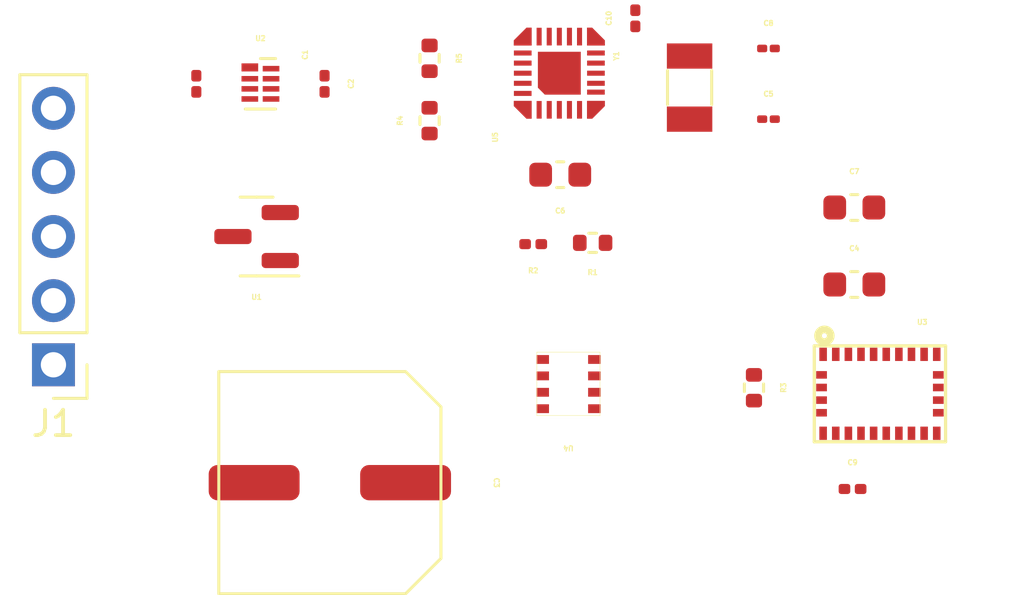
<source format=kicad_pcb>
(kicad_pcb (version 20211014) (generator pcbnew)
  (layers (0 "F.Cu" signal) (31 "B.Cu" signal) (34 "B.Paste" user) (35 "F.Paste" user) (36 "B.SilkS" user "B.Silkscreen") (37 "F.SilkS" user "F.Silkscreen") (38 "B.Mask" user) (39 "F.Mask" user) (44 "Edge.Cuts" user))
  (net 0 "")
  (net 1 "GND")
  (net 2 "VCC")
  (net 3 "VDD")
  (net 4 "Net-(C5-Pad1)")
  (net 5 "/nRESET")
  (net 6 "Net-(C6-Pad2)")
  (net 7 "Net-(C8-Pad1)")
  (net 8 "Net-(C9-Pad2)")
  (net 9 "Net-(C10-Pad1)")
  (net 10 "/RX{slash}SWCLK-VCC")
  (net 11 "/TX{slash}SWDIO-VCC")
  (net 12 "Net-(R3-Pad2)")
  (net 13 "/SCL")
  (net 14 "/SDA")
  (net 15 "/RX{slash}SWCLK-VDD")
  (net 16 "/TX{slash}SWDIO-VDD")
  (net 23 "/BNO_INTERRUPT")
  (footprint "Capacitor_SMD:C_0201_0603Metric" (layer "F.Cu") (at 145.25 91.805 90)
    (fp_text reference "C10" (at 0 -1.05 90) (layer "F.SilkS") (effects (font (size 0.2 0.2) (thickness 0.05))))
    (fp_text value "1 uF")
    (pad "1" smd roundrect (at -0.32 0 90) (size 0.46 0.4) (layers "F.Cu" "F.Mask") (net 9 "Net-(C10-Pad1)"))
    (pad "2" smd roundrect (at 0.32 0 90) (size 0.46 0.4) (layers "F.Cu" "F.Mask") (net 1 "GND"))
  )
  (footprint "Joseph:BME280" (layer "F.Cu") (at 142.6 106.3 180)
    (fp_text reference "U4" (at 0 -2.53 180 unlocked) (layer "F.SilkS") (effects (font (size 0.2 0.2) (thickness 0.05))))
    (fp_text value "BME280")
    (fp_line (start 1.25 -1.24) (end -1.25 -1.24) (layer "F.SilkS") (width 0.02))
    (fp_line (start -1.25 1.27) (end 1.25 1.27) (layer "F.SilkS") (width 0.02))
    (fp_line (start -1.25 -1.24) (end -1.25 1.27) (layer "F.SilkS") (width 0.02))
    (fp_line (start 1.25 1.27) (end 1.25 -1.24) (layer "F.SilkS") (width 0.02))
    (pad "1" smd rect (at 1.02 -0.97 180) (size 0.5 0.35) (layers "F.Cu" "F.Paste" "F.Mask") (net 1 "GND"))
    (pad "2" smd rect (at 1.02 -0.32 180) (size 0.5 0.35) (layers "F.Cu" "F.Paste" "F.Mask") (net 3 "VDD"))
    (pad "3" smd rect (at 1.02 0.33 180) (size 0.5 0.35) (layers "F.Cu" "F.Paste" "F.Mask") (net 14 "/SDA"))
    (pad "4" smd rect (at 1.02 0.98 180) (size 0.5 0.35) (layers "F.Cu" "F.Paste" "F.Mask") (net 13 "/SCL"))
    (pad "5" smd rect (at -1.03 0.98 180) (size 0.5 0.35) (layers "F.Cu" "F.Paste" "F.Mask") (net 1 "GND"))
    (pad "6" smd rect (at -1.03 0.33 180) (size 0.5 0.35) (layers "F.Cu" "F.Paste" "F.Mask") (net 3 "VDD"))
    (pad "7" smd rect (at -1.03 -0.32 180) (size 0.5 0.35) (layers "F.Cu" "F.Paste" "F.Mask") (net 1 "GND"))
    (pad "8" smd rect (at -1.03 -0.97 180) (size 0.5 0.35) (layers "F.Cu" "F.Paste" "F.Mask") (net 3 "VDD"))
  )
  (footprint "Crystal:Crystal_SMD_3215-2Pin_3.2x1.5mm" (layer "F.Cu") (at 147.4 94.55 90)
    (fp_text reference "Y1" (at 1.25 -2.9 90) (layer "F.SilkS") (effects (font (size 0.2 0.2) (thickness 0.05))))
    (fp_text value "Crystal")
    (fp_line (start -0.675 0.875) (end 0.675 0.875) (layer "F.SilkS") (width 0.12))
    (fp_line (start -0.675 -0.875) (end 0.675 -0.875) (layer "F.SilkS") (width 0.12))
    (pad "1" smd rect (at 1.25 0 90) (size 1 1.8) (layers "F.Cu" "F.Paste" "F.Mask") (net 7 "Net-(C8-Pad1)"))
    (pad "2" smd rect (at -1.25 0 90) (size 1 1.8) (layers "F.Cu" "F.Paste" "F.Mask") (net 4 "Net-(C5-Pad1)"))
  )
  (footprint "Resistor_SMD:R_0402_1005Metric" (layer "F.Cu") (at 143.56 100.7 180)
    (fp_text reference "R1" (at 0 -1.17) (layer "F.SilkS") (effects (font (size 0.2 0.2) (thickness 0.05))))
    (fp_text value "10k")
    (fp_line (start -0.153641 -0.38) (end 0.153641 -0.38) (layer "F.SilkS") (width 0.12))
    (fp_line (start -0.153641 0.38) (end 0.153641 0.38) (layer "F.SilkS") (width 0.12))
    (pad "1" smd roundrect (at -0.51 0 180) (size 0.54 0.64) (layers "F.Cu" "F.Paste" "F.Mask") (net 3 "VDD"))
    (pad "2" smd roundrect (at 0.51 0 180) (size 0.54 0.64) (layers "F.Cu" "F.Paste" "F.Mask") (net 5 "/nRESET"))
  )
  (footprint "Capacitor_SMD:C_01005_0402Metric" (layer "F.Cu") (at 150.525 93)
    (fp_text reference "C8" (at 0 -1) (layer "F.SilkS") (effects (font (size 0.2 0.2) (thickness 0.05))))
    (fp_text value "6 pF")
    (pad "1" smd roundrect (at -0.25 0) (size 0.4 0.3) (layers "F.Cu" "F.Mask") (net 7 "Net-(C8-Pad1)"))
    (pad "2" smd roundrect (at 0.25 0) (size 0.4 0.3) (layers "F.Cu" "F.Mask") (net 1 "GND"))
  )
  (footprint "Resistor_SMD:R_0402_1005Metric" (layer "F.Cu") (at 149.95 106.44 -90)
    (fp_text reference "R3" (at 0 -1.17 90) (layer "F.SilkS") (effects (font (size 0.2 0.2) (thickness 0.05))))
    (fp_text value "10k")
    (fp_line (start -0.153641 -0.38) (end 0.153641 -0.38) (layer "F.SilkS") (width 0.12))
    (fp_line (start -0.153641 0.38) (end 0.153641 0.38) (layer "F.SilkS") (width 0.12))
    (pad "1" smd roundrect (at -0.51 0 270) (size 0.54 0.64) (layers "F.Cu" "F.Paste" "F.Mask") (net 3 "VDD"))
    (pad "2" smd roundrect (at 0.51 0 270) (size 0.54 0.64) (layers "F.Cu" "F.Paste" "F.Mask") (net 12 "Net-(R3-Pad2)"))
  )
  (footprint "Joseph:Can Capacitor - 493-3773-1-ND" (layer "F.Cu") (at 133.15 110.2 -90)
    (fp_text reference "C3" (at 0 -6.604 -90 unlocked) (layer "F.SilkS") (effects (font (size 0.2 0.2) (thickness 0.05))))
    (fp_text value "~1 mF")
    (fp_poly (pts (xy 3 -4.4) (xy 4.4 -3) (xy 4.4 4.4) (xy -4.4 4.4) (xy -4.4 -3) (xy -3 -4.4)) (layer "F.SilkS") (width 0.12) (fill none))
    (pad "1" smd roundrect (at 0 -3 270) (size 1.399998 3.6) (layers "F.Cu" "F.Paste" "F.Mask") (net 3 "VDD"))
    (pad "2" smd roundrect (at 0 3 270) (size 1.4 3.6) (layers "F.Cu" "F.Paste" "F.Mask") (net 1 "GND"))
  )
  (footprint "Capacitor_SMD:C_0603_1608Metric" (layer "F.Cu") (at 153.925 102.35)
    (fp_text reference "C4" (at 0 -1.43) (layer "F.SilkS") (effects (font (size 0.2 0.2) (thickness 0.05))))
    (fp_text value "120 nF")
    (fp_line (start -0.14058 -0.51) (end 0.14058 -0.51) (layer "F.SilkS") (width 0.12))
    (fp_line (start -0.14058 0.51) (end 0.14058 0.51) (layer "F.SilkS") (width 0.12))
    (pad "1" smd roundrect (at -0.775 0) (size 0.9 0.95) (layers "F.Cu" "F.Paste" "F.Mask") (net 3 "VDD"))
    (pad "2" smd roundrect (at 0.775 0) (size 0.9 0.95) (layers "F.Cu" "F.Paste" "F.Mask") (net 1 "GND"))
  )
  (footprint "Resistor_SMD:R_0402_1005Metric" (layer "F.Cu") (at 137.1 93.39 -90)
    (fp_text reference "R5" (at 0 -1.17 90) (layer "F.SilkS") (effects (font (size 0.2 0.2) (thickness 0.05))))
    (fp_text value "4.7k")
    (fp_line (start -0.153641 0.38) (end 0.153641 0.38) (layer "F.SilkS") (width 0.12))
    (fp_line (start -0.153641 -0.38) (end 0.153641 -0.38) (layer "F.SilkS") (width 0.12))
    (pad "1" smd roundrect (at -0.51 0 270) (size 0.54 0.64) (layers "F.Cu" "F.Paste" "F.Mask") (net 3 "VDD"))
    (pad "2" smd roundrect (at 0.51 0 270) (size 0.54 0.64) (layers "F.Cu" "F.Paste" "F.Mask") (net 14 "/SDA"))
  )
  (footprint "Capacitor_SMD:C_0201_0603Metric" (layer "F.Cu") (at 132.94 94.4 -90)
    (fp_text reference "C2" (at 0 -1.05 90) (layer "F.SilkS") (effects (font (size 0.2 0.2) (thickness 0.05))))
    (fp_text value "1 uF")
    (pad "1" smd roundrect (at -0.32 0 270) (size 0.46 0.4) (layers "F.Cu" "F.Mask") (net 3 "VDD"))
    (pad "2" smd roundrect (at 0.32 0 270) (size 0.46 0.4) (layers "F.Cu" "F.Mask") (net 1 "GND"))
  )
  (footprint "Resistor_SMD:R_0402_1005Metric" (layer "F.Cu") (at 137.1 95.86 90)
    (fp_text reference "R4" (at 0 -1.17 90) (layer "F.SilkS") (effects (font (size 0.2 0.2) (thickness 0.05))))
    (fp_text value "4.7k")
    (fp_line (start -0.153641 0.38) (end 0.153641 0.38) (layer "F.SilkS") (width 0.12))
    (fp_line (start -0.153641 -0.38) (end 0.153641 -0.38) (layer "F.SilkS") (width 0.12))
    (pad "1" smd roundrect (at -0.51 0 90) (size 0.54 0.64) (layers "F.Cu" "F.Paste" "F.Mask") (net 3 "VDD"))
    (pad "2" smd roundrect (at 0.51 0 90) (size 0.54 0.64) (layers "F.Cu" "F.Paste" "F.Mask") (net 13 "/SCL"))
  )
  (footprint "Joseph:MAX32660-24-TQFN-EP" (layer "F.Cu") (at 142.24 93.98 90)
    (fp_text reference "U5" (at -2.54 -2.54 90 unlocked) (layer "F.SilkS") (effects (font (size 0.2 0.2) (thickness 0.05))))
    (fp_text value "MAX32660-24TQFN-EP")
    (pad "-" smd roundrect (at 0 0 90) (size 1.7 1.7) (layers "F.Cu" "F.Paste" "F.Mask") (roundrect_rratio 0) (chamfer_ratio 0.162) (chamfer top_left) (net 1 "GND"))
    (pad "1" smd custom (at -1.45 -1.45 90) (size 0.1 0.1) (layers "F.Cu" "F.Paste" "F.Mask") (net 15 "/RX{slash}SWCLK-VDD") (options (clearance outline) (anchor rect)) (primitives (gr_poly (pts (xy -0.35 0.35) (xy 0.35 0.35) (xy 0.35 -0.35) (xy 0.15 -0.35) (xy -0.35 0.15)) (width 0.01) (fill yes))))
    (pad "2" smd rect (at -1.45 -0.8 90) (size 0.7 0.2) (layers "F.Cu" "F.Paste" "F.Mask") (net 16 "/TX{slash}SWDIO-VDD"))
    (pad "3" smd rect (at -1.45 -0.4 90) (size 0.7 0.2) (layers "F.Cu" "F.Paste" "F.Mask"))
    (pad "4" smd rect (at -1.45 0 90) (size 0.7 0.2) (layers "F.Cu" "F.Paste" "F.Mask"))
    (pad "5" smd rect (at -1.45 0.4 90) (size 0.7 0.2) (layers "F.Cu" "F.Paste" "F.Mask"))
    (pad "6" smd rect (at -1.45 0.8 90) (size 0.7 0.2) (layers "F.Cu" "F.Paste" "F.Mask") (net 5 "/nRESET"))
    (pad "7" smd custom (at -1.45 1.45 180) (size 0.1 0.1) (layers "F.Cu" "F.Paste" "F.Mask") (net 1 "GND") (options (clearance outline) (anchor rect)) (primitives (gr_poly (pts (xy -0.35 0.35) (xy 0.35 0.35) (xy 0.35 -0.35) (xy 0.15 -0.35) (xy -0.35 0.15)) (width 0.01) (fill yes))))
    (pad "8" smd rect (at -0.75 1.45 180) (size 0.7 0.2) (layers "F.Cu" "F.Paste" "F.Mask") (net 4 "Net-(C5-Pad1)"))
    (pad "9" smd rect (at -0.4 1.45 180) (size 0.7 0.2) (layers "F.Cu" "F.Paste" "F.Mask") (net 7 "Net-(C8-Pad1)"))
    (pad "10" smd rect (at 0 1.45 180) (size 0.7 0.2) (layers "F.Cu" "F.Paste" "F.Mask") (net 1 "GND"))
    (pad "11" smd rect (at 0.4 1.45 180) (size 0.7 0.2) (layers "F.Cu" "F.Paste" "F.Mask") (net 3 "VDD"))
    (pad "12" smd rect (at 0.8 1.45 180) (size 0.7 0.2) (layers "F.Cu" "F.Paste" "F.Mask") (net 9 "Net-(C10-Pad1)"))
    (pad "13" smd custom (at 1.45 1.45 270) (size 0.1 0.1) (layers "F.Cu" "F.Paste" "F.Mask") (options (clearance outline) (anchor rect)) (primitives (gr_poly (pts (xy -0.35 0.35) (xy 0.35 0.35) (xy 0.35 -0.35) (xy 0.15 -0.35) (xy -0.35 0.15)) (width 0.01) (fill yes))))
    (pad "14" smd rect (at 1.45 0.8 270) (size 0.7 0.2) (layers "F.Cu" "F.Paste" "F.Mask"))
    (pad "15" smd rect (at 1.45 0.4 270) (size 0.7 0.2) (layers "F.Cu" "F.Paste" "F.Mask"))
    (pad "16" smd rect (at 1.45 0 270) (size 0.7 0.2) (layers "F.Cu" "F.Paste" "F.Mask") (net 23 "/BNO_INTERRUPT"))
    (pad "17" smd rect (at 1.45 -0.4 270) (size 0.7 0.2) (layers "F.Cu" "F.Paste" "F.Mask"))
    (pad "18" smd rect (at 1.45 -0.8 270) (size 0.7 0.2) (layers "F.Cu" "F.Paste" "F.Mask"))
    (pad "19" smd custom (at 1.45 -1.45) (size 0.1 0.1) (layers "F.Cu" "F.Paste" "F.Mask") (options (clearance outline) (anchor rect)) (primitives (gr_poly (pts (xy -0.35 0.35) (xy 0.35 0.35) (xy 0.35 -0.35) (xy 0.15 -0.35) (xy -0.35 0.15)) (width 0.01) (fill yes))))
    (pad "20" smd rect (at 0.8 -1.45) (size 0.7 0.2) (layers "F.Cu" "F.Paste" "F.Mask"))
    (pad "21" smd rect (at 0.4 -1.45) (size 0.7 0.2) (layers "F.Cu" "F.Paste" "F.Mask"))
    (pad "22" smd rect (at 0 -1.45) (size 0.7 0.2) (layers "F.Cu" "F.Paste" "F.Mask") (net 3 "VDD"))
    (pad "23" smd rect (at -0.4 -1.45) (size 0.7 0.2) (layers "F.Cu" "F.Paste" "F.Mask") (net 14 "/SDA"))
    (pad "24" smd rect (at -0.8 -1.45) (size 0.7 0.2) (layers "F.Cu" "F.Paste" "F.Mask") (net 13 "/SCL"))
  )
  (footprint "Capacitor_SMD:C_0201_0603Metric" (layer "F.Cu") (at 153.855 110.45)
    (fp_text reference "C9" (at 0 -1.05) (layer "F.SilkS") (effects (font (size 0.2 0.2) (thickness 0.05))))
    (fp_text value "1 uF")
    (pad "1" smd roundrect (at -0.32 0) (size 0.46 0.4) (layers "F.Cu" "F.Mask") (net 1 "GND"))
    (pad "2" smd roundrect (at 0.32 0) (size 0.46 0.4) (layers "F.Cu" "F.Mask") (net 8 "Net-(C9-Pad2)"))
  )
  (footprint "Connector_PinHeader_2.54mm:PinHeader_1x05_P2.54mm_Vertical" (layer "F.Cu") (at 122.2 105.53 180)
    (fp_text reference "J1" (at 0 -2.33) (layer "F.SilkS"))
    (fp_text value "5 pin Molex (0537800570)")
    (fp_line (start -1.33 1.27) (end 1.33 1.27) (layer "F.SilkS") (width 0.12))
    (fp_line (start -1.33 -1.33) (end 0 -1.33) (layer "F.SilkS") (width 0.12))
    (fp_line (start -1.33 11.49) (end 1.33 11.49) (layer "F.SilkS") (width 0.12))
    (fp_line (start -1.33 0) (end -1.33 -1.33) (layer "F.SilkS") (width 0.12))
    (fp_line (start -1.33 1.27) (end -1.33 11.49) (layer "F.SilkS") (width 0.12))
    (fp_line (start 1.33 1.27) (end 1.33 11.49) (layer "F.SilkS") (width 0.12))
    (pad "1" thru_hole rect (at 0 0 180) (size 1.7 1.7) (drill 1) (layers *.Cu *.Mask) (net 1 "GND"))
    (pad "2" thru_hole oval (at 0 2.54 180) (size 1.7 1.7) (drill 1) (layers *.Cu *.Mask) (net 5 "/nRESET"))
    (pad "3" thru_hole oval (at 0 5.08 180) (size 1.7 1.7) (drill 1) (layers *.Cu *.Mask) (net 2 "VCC"))
    (pad "4" thru_hole oval (at 0 7.62 180) (size 1.7 1.7) (drill 1) (layers *.Cu *.Mask) (net 10 "/RX{slash}SWCLK-VCC"))
    (pad "5" thru_hole oval (at 0 10.16 180) (size 1.7 1.7) (drill 1) (layers *.Cu *.Mask) (net 11 "/TX{slash}SWDIO-VCC"))
  )
  (footprint "Capacitor_SMD:C_01005_0402Metric" (layer "F.Cu") (at 150.525 95.8)
    (fp_text reference "C5" (at 0 -1) (layer "F.SilkS") (effects (font (size 0.2 0.2) (thickness 0.05))))
    (fp_text value "6 pF")
    (pad "1" smd roundrect (at -0.25 0) (size 0.4 0.3) (layers "F.Cu" "F.Mask") (net 4 "Net-(C5-Pad1)"))
    (pad "2" smd roundrect (at 0.25 0) (size 0.4 0.3) (layers "F.Cu" "F.Mask") (net 1 "GND"))
  )
  (footprint "Joseph:LGA28R50P4X10_380X520X100" (layer "F.Cu") (at 154.94 106.68)
    (fp_text reference "U3" (at 1.67669 -2.83785) (layer "F.SilkS") (effects (font (size 0.2 0.2) (thickness 0.05))))
    (fp_text value "BNO055")
    (fp_line (start -2.6 1.9) (end 2.6 1.9) (layer "F.SilkS") (width 0.127))
    (fp_line (start 2.6 1.9) (end 2.6 -1.9) (layer "F.SilkS") (width 0.127))
    (fp_line (start -2.6 -1.9) (end -2.6 1.9) (layer "F.SilkS") (width 0.127))
    (fp_line (start 2.6 -1.9) (end -2.6 -1.9) (layer "F.SilkS") (width 0.127))
    (fp_circle (center -2.2 -2.3) (end -2.1 -2.3) (layer "F.SilkS") (width 0.3048) (fill none))
    (pad "1" smd rect locked (at -2.25 -1.5625 180) (size 0.3 0.525) (layers "F.Cu" "F.Paste" "F.Mask"))
    (pad "2" smd rect locked (at -2.3125 -0.75 270) (size 0.3 0.425) (layers "F.Cu" "F.Paste" "F.Mask") (net 1 "GND"))
    (pad "3" smd rect locked (at -2.3125 -0.25 270) (size 0.3 0.425) (layers "F.Cu" "F.Paste" "F.Mask") (net 3 "VDD"))
    (pad "4" smd rect locked (at -2.3125 0.25 270) (size 0.3 0.425) (layers "F.Cu" "F.Paste" "F.Mask") (net 12 "Net-(R3-Pad2)"))
    (pad "5" smd rect locked (at -2.3125 0.75 270) (size 0.3 0.425) (layers "F.Cu" "F.Paste" "F.Mask") (net 1 "GND"))
    (pad "6" smd rect locked (at -2.25 1.5625 180) (size 0.3 0.525) (layers "F.Cu" "F.Paste" "F.Mask") (net 1 "GND"))
    (pad "7" smd rect locked (at -1.75 1.5625 180) (size 0.3 0.525) (layers "F.Cu" "F.Paste" "F.Mask"))
    (pad "8" smd rect locked (at -1.25 1.5625 180) (size 0.3 0.525) (layers "F.Cu" "F.Paste" "F.Mask"))
    (pad "9" smd rect locked (at -0.75 1.5625 180) (size 0.3 0.525) (layers "F.Cu" "F.Paste" "F.Mask") (net 8 "Net-(C9-Pad2)"))
    (pad "10" smd rect locked (at -0.25 1.5625 180) (size 0.3 0.525) (layers "F.Cu" "F.Paste" "F.Mask"))
    (pad "11" smd rect locked (at 0.25 1.5625 180) (size 0.3 0.525) (layers "F.Cu" "F.Paste" "F.Mask") (net 5 "/nRESET"))
    (pad "12" smd rect locked (at 0.75 1.5625 180) (size 0.3 0.525) (layers "F.Cu" "F.Paste" "F.Mask"))
    (pad "13" smd rect locked (at 1.25 1.5625 180) (size 0.3 0.525) (layers "F.Cu" "F.Paste" "F.Mask"))
    (pad "14" smd rect locked (at 1.75 1.5625 180) (size 0.3 0.525) (layers "F.Cu" "F.Paste" "F.Mask") (net 23 "/BNO_INTERRUPT"))
    (pad "15" smd rect locked (at 2.25 1.5625 180) (size 0.3 0.525) (layers "F.Cu" "F.Paste" "F.Mask"))
    (pad "16" smd rect locked (at 2.3125 0.75 270) (size 0.3 0.425) (layers "F.Cu" "F.Paste" "F.Mask"))
    (pad "17" smd rect locked (at 2.3125 0.25 270) (size 0.3 0.425) (layers "F.Cu" "F.Paste" "F.Mask") (net 1 "GND"))
    (pad "18" smd rect locked (at 2.3125 -0.25 270) (size 0.3 0.425) (layers "F.Cu" "F.Paste" "F.Mask") (net 1 "GND"))
    (pad "19" smd rect locked (at 2.3125 -0.75 270) (size 0.3 0.425) (layers "F.Cu" "F.Paste" "F.Mask") (net 13 "/SCL"))
    (pad "20" smd rect locked (at 2.25 -1.5625 180) (size 0.3 0.525) (layers "F.Cu" "F.Paste" "F.Mask") (net 14 "/SDA"))
    (pad "21" smd rect locked (at 1.75 -1.5625 180) (size 0.3 0.525) (layers "F.Cu" "F.Paste" "F.Mask"))
    (pad "22" smd rect locked (at 1.25 -1.5625 180) (size 0.3 0.525) (layers "F.Cu" "F.Paste" "F.Mask"))
    (pad "23" smd rect locked (at 0.75 -1.5625 180) (size 0.3 0.525) (layers "F.Cu" "F.Paste" "F.Mask"))
    (pad "24" smd rect locked (at 0.25 -1.5625 180) (size 0.3 0.525) (layers "F.Cu" "F.Paste" "F.Mask"))
    (pad "25" smd rect locked (at -0.25 -1.5625 180) (size 0.3 0.525) (layers "F.Cu" "F.Paste" "F.Mask") (net 1 "GND"))
    (pad "26" smd rect locked (at -0.75 -1.5625 180) (size 0.3 0.525) (layers "F.Cu" "F.Paste" "F.Mask"))
    (pad "27" smd rect locked (at -1.25 -1.5625 180) (size 0.3 0.525) (layers "F.Cu" "F.Paste" "F.Mask"))
    (pad "28" smd rect locked (at -1.75 -1.5625 180) (size 0.3 0.525) (layers "F.Cu" "F.Paste" "F.Mask") (net 3 "VDD"))
  )
  (footprint "Resistor_SMD:R_0201_0603Metric" (layer "F.Cu") (at 141.205 100.75 180)
    (fp_text reference "R2" (at 0 -1.05) (layer "F.SilkS") (effects (font (size 0.2 0.2) (thickness 0.05))))
    (fp_text value "10")
    (pad "1" smd roundrect (at -0.32 0 180) (size 0.46 0.4) (layers "F.Cu" "F.Mask") (net 6 "Net-(C6-Pad2)"))
    (pad "2" smd roundrect (at 0.32 0 180) (size 0.46 0.4) (layers "F.Cu" "F.Mask") (net 1 "GND"))
  )
  (footprint "Capacitor_SMD:C_0603_1608Metric" (layer "F.Cu") (at 142.275 98 180)
    (fp_text reference "C6" (at 0 -1.43) (layer "F.SilkS") (effects (font (size 0.2 0.2) (thickness 0.05))))
    (fp_text value "100 nF")
    (fp_line (start -0.14058 0.51) (end 0.14058 0.51) (layer "F.SilkS") (width 0.12))
    (fp_line (start -0.14058 -0.51) (end 0.14058 -0.51) (layer "F.SilkS") (width 0.12))
    (pad "1" smd roundrect (at -0.775 0 180) (size 0.9 0.95) (layers "F.Cu" "F.Paste" "F.Mask") (net 5 "/nRESET"))
    (pad "2" smd roundrect (at 0.775 0 180) (size 0.9 0.95) (layers "F.Cu" "F.Paste" "F.Mask") (net 6 "Net-(C6-Pad2)"))
  )
  (footprint "Package_DFN_QFN:OnSemi_UDFN-8_1.2x1.8mm_P0.4mm" (layer "F.Cu") (at 130.4 94.4)
    (fp_text reference "U2" (at 0 -1.8) (layer "F.SilkS") (effects (font (size 0.2 0.2) (thickness 0.05))))
    (fp_text value "PI4ULS5V202")
    (fp_line (start 0.6 1) (end -0.6 1) (layer "F.SilkS") (width 0.12))
    (fp_line (start 0.6 -1) (end 0 -1) (layer "F.SilkS") (width 0.12))
    (pad "1" smd rect (at -0.42 -0.65) (size 0.66 0.32) (layers "F.Cu" "F.Paste" "F.Mask") (net 2 "VCC"))
    (pad "2" smd rect (at -0.42 -0.2) (size 0.66 0.22) (layers "F.Cu" "F.Paste" "F.Mask") (net 11 "/TX{slash}SWDIO-VCC"))
    (pad "3" smd rect (at -0.42 0.2) (size 0.66 0.22) (layers "F.Cu" "F.Paste" "F.Mask") (net 10 "/RX{slash}SWCLK-VCC"))
    (pad "4" smd rect (at -0.42 0.6) (size 0.66 0.22) (layers "F.Cu" "F.Paste" "F.Mask") (net 1 "GND"))
    (pad "5" smd rect (at 0.42 0.6) (size 0.66 0.22) (layers "F.Cu" "F.Paste" "F.Mask") (net 2 "VCC"))
    (pad "6" smd rect (at 0.42 0.2) (size 0.66 0.22) (layers "F.Cu" "F.Paste" "F.Mask") (net 15 "/RX{slash}SWCLK-VDD"))
    (pad "7" smd rect (at 0.42 -0.2) (size 0.66 0.22) (layers "F.Cu" "F.Paste" "F.Mask") (net 16 "/TX{slash}SWDIO-VDD"))
    (pad "8" smd rect (at 0.42 -0.6) (size 0.66 0.22) (layers "F.Cu" "F.Paste" "F.Mask") (net 3 "VDD"))
  )
  (footprint "Package_TO_SOT_SMD:SOT-23" (layer "F.Cu") (at 130.2475 100.45 180)
    (fp_text reference "U1" (at 0 -2.4) (layer "F.SilkS") (effects (font (size 0.2 0.2) (thickness 0.05))))
    (fp_text value "AP2210N_SOT-23-3")
    (fp_line (start 0 1.56) (end 0.65 1.56) (layer "F.SilkS") (width 0.12))
    (fp_line (start 0 -1.56) (end 0.65 -1.56) (layer "F.SilkS") (width 0.12))
    (fp_line (start 0 1.56) (end -0.65 1.56) (layer "F.SilkS") (width 0.12))
    (fp_line (start 0 -1.56) (end -1.675 -1.56) (layer "F.SilkS") (width 0.12))
    (pad "1" smd roundrect (at -0.9375 -0.95 180) (size 1.475 0.6) (layers "F.Cu" "F.Paste" "F.Mask") (net 1 "GND"))
    (pad "2" smd roundrect (at -0.9375 0.95 180) (size 1.475 0.6) (layers "F.Cu" "F.Paste" "F.Mask") (net 3 "VDD"))
    (pad "3" smd roundrect (at 0.9375 0 180) (size 1.475 0.6) (layers "F.Cu" "F.Paste" "F.Mask") (net 2 "VCC"))
  )
  (footprint "Capacitor_SMD:C_0201_0603Metric" (layer "F.Cu") (at 127.86 94.4 90)
    (fp_text reference "C1" (at 1.15 4.31 90) (layer "F.SilkS") (effects (font (size 0.2 0.2) (thickness 0.05))))
    (fp_text value "1 uF")
    (pad "1" smd roundrect (at -0.32 0 90) (size 0.46 0.4) (layers "F.Cu" "F.Mask") (net 1 "GND"))
    (pad "2" smd roundrect (at 0.32 0 90) (size 0.46 0.4) (layers "F.Cu" "F.Mask") (net 2 "VCC"))
  )
  (footprint "Capacitor_SMD:C_0603_1608Metric" (layer "F.Cu") (at 153.925 99.3)
    (fp_text reference "C7" (at 0 -1.43) (layer "F.SilkS") (effects (font (size 0.2 0.2) (thickness 0.05))))
    (fp_text value "100 nF")
    (fp_line (start -0.14058 0.51) (end 0.14058 0.51) (layer "F.SilkS") (width 0.12))
    (fp_line (start -0.14058 -0.51) (end 0.14058 -0.51) (layer "F.SilkS") (width 0.12))
    (pad "1" smd roundrect (at -0.775 0) (size 0.9 0.95) (layers "F.Cu" "F.Paste" "F.Mask") (net 3 "VDD"))
    (pad "2" smd roundrect (at 0.775 0) (size 0.9 0.95) (layers "F.Cu" "F.Paste" "F.Mask") (net 1 "GND"))
  )
)
</source>
